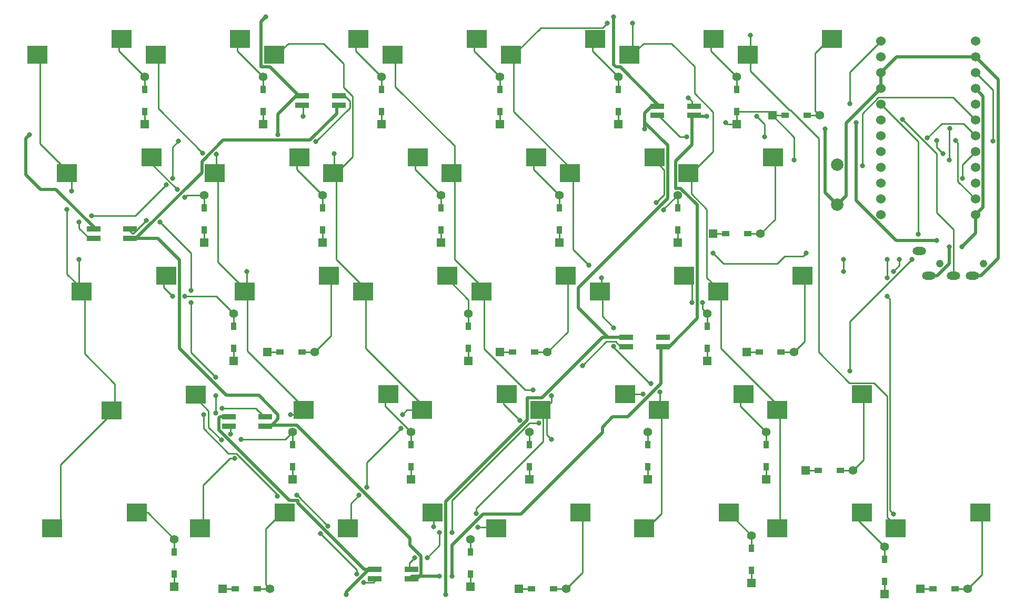
<source format=gbl>
G04 #@! TF.GenerationSoftware,KiCad,Pcbnew,7.0.7*
G04 #@! TF.CreationDate,2023-09-30T17:43:00+09:00*
G04 #@! TF.ProjectId,ind-assemble_L,696e642d-6173-4736-956d-626c655f4c2e,rev?*
G04 #@! TF.SameCoordinates,Original*
G04 #@! TF.FileFunction,Copper,L2,Bot*
G04 #@! TF.FilePolarity,Positive*
%FSLAX46Y46*%
G04 Gerber Fmt 4.6, Leading zero omitted, Abs format (unit mm)*
G04 Created by KiCad (PCBNEW 7.0.7) date 2023-09-30 17:43:00*
%MOMM*%
%LPD*%
G01*
G04 APERTURE LIST*
G04 #@! TA.AperFunction,SMDPad,CuDef*
%ADD10R,3.300000X3.000000*%
G04 #@! TD*
G04 #@! TA.AperFunction,SMDPad,CuDef*
%ADD11R,2.200000X0.820000*%
G04 #@! TD*
G04 #@! TA.AperFunction,ComponentPad*
%ADD12R,1.397000X1.397000*%
G04 #@! TD*
G04 #@! TA.AperFunction,SMDPad,CuDef*
%ADD13R,1.300000X0.950000*%
G04 #@! TD*
G04 #@! TA.AperFunction,ComponentPad*
%ADD14C,1.397000*%
G04 #@! TD*
G04 #@! TA.AperFunction,SMDPad,CuDef*
%ADD15R,0.950000X1.300000*%
G04 #@! TD*
G04 #@! TA.AperFunction,ComponentPad*
%ADD16C,2.000000*%
G04 #@! TD*
G04 #@! TA.AperFunction,ComponentPad*
%ADD17C,1.524000*%
G04 #@! TD*
G04 #@! TA.AperFunction,WasherPad*
%ADD18C,1.210000*%
G04 #@! TD*
G04 #@! TA.AperFunction,ComponentPad*
%ADD19O,2.200000X1.300000*%
G04 #@! TD*
G04 #@! TA.AperFunction,ViaPad*
%ADD20C,0.800000*%
G04 #@! TD*
G04 #@! TA.AperFunction,Conductor*
%ADD21C,0.250000*%
G04 #@! TD*
G04 #@! TA.AperFunction,Conductor*
%ADD22C,0.500000*%
G04 #@! TD*
G04 APERTURE END LIST*
D10*
X73512500Y-49807500D03*
X87112500Y-47267500D03*
D11*
X74387500Y-37350000D03*
X68487500Y-37350000D03*
X68487500Y-38850000D03*
X74387500Y-38850000D03*
D10*
X63987500Y-30757500D03*
X77587500Y-28217500D03*
X54462500Y-49807500D03*
X68062500Y-47267500D03*
D12*
X103346250Y-116681250D03*
D13*
X105381250Y-116681250D03*
X108931250Y-116681250D03*
D14*
X110966250Y-116681250D03*
D12*
X128905000Y-60960000D03*
D15*
X128905000Y-58925000D03*
X128905000Y-55375000D03*
D14*
X128905000Y-53340000D03*
D12*
X62865000Y-78581250D03*
D13*
X64900000Y-78581250D03*
X68450000Y-78581250D03*
D14*
X70485000Y-78581250D03*
D10*
X123518750Y-106957500D03*
X137118750Y-104417500D03*
X78275000Y-68857500D03*
X91875000Y-66317500D03*
X135425000Y-68857500D03*
X149025000Y-66317500D03*
D12*
X95567500Y-116335000D03*
D15*
X95567500Y-114300000D03*
X95567500Y-110750000D03*
D14*
X95567500Y-108715000D03*
D10*
X25887500Y-30757500D03*
X39487500Y-28217500D03*
X75893750Y-106957500D03*
X89493750Y-104417500D03*
X130662500Y-49807500D03*
X144262500Y-47267500D03*
D12*
X167957500Y-116681250D03*
D13*
X169992500Y-116681250D03*
X173542500Y-116681250D03*
D14*
X175577500Y-116681250D03*
D12*
X139988750Y-78581250D03*
D13*
X142023750Y-78581250D03*
X145573750Y-78581250D03*
D14*
X147608750Y-78581250D03*
D12*
X86042500Y-99060000D03*
D15*
X86042500Y-97025000D03*
X86042500Y-93475000D03*
D14*
X86042500Y-91440000D03*
D12*
X149542500Y-97631250D03*
D13*
X151577500Y-97631250D03*
X155127500Y-97631250D03*
D14*
X157162500Y-97631250D03*
D10*
X116375000Y-68857500D03*
X129975000Y-66317500D03*
X68750000Y-87907500D03*
X82350000Y-85367500D03*
X83037500Y-30757500D03*
X96637500Y-28217500D03*
D12*
X43180000Y-41910000D03*
D15*
X43180000Y-39875000D03*
X43180000Y-36325000D03*
D14*
X43180000Y-34290000D03*
D12*
X57467500Y-80010000D03*
D15*
X57467500Y-77975000D03*
X57467500Y-74425000D03*
D14*
X57467500Y-72390000D03*
D10*
X44937500Y-30757500D03*
X58537500Y-28217500D03*
X111612500Y-49807500D03*
X125212500Y-47267500D03*
D11*
X126556250Y-76200000D03*
X120656250Y-76200000D03*
X120656250Y-77700000D03*
X126556250Y-77700000D03*
D10*
X106850000Y-87907500D03*
X120450000Y-85367500D03*
D12*
X55721250Y-116681250D03*
D13*
X57756250Y-116681250D03*
X61306250Y-116681250D03*
D14*
X63341250Y-116681250D03*
D10*
X59225000Y-68857500D03*
X72825000Y-66317500D03*
X144950000Y-106957500D03*
X158550000Y-104417500D03*
D12*
X144145000Y-40481250D03*
D13*
X146180000Y-40481250D03*
X149730000Y-40481250D03*
D14*
X151765000Y-40481250D03*
D11*
X62580000Y-88987500D03*
X56680000Y-88987500D03*
X56680000Y-90487500D03*
X62580000Y-90487500D03*
D12*
X162242500Y-117503750D03*
D15*
X162242500Y-115468750D03*
X162242500Y-111918750D03*
D14*
X162242500Y-109883750D03*
D10*
X121137500Y-30757500D03*
X134737500Y-28217500D03*
D12*
X133667500Y-80010000D03*
D15*
X133667500Y-77975000D03*
X133667500Y-74425000D03*
D14*
X133667500Y-72390000D03*
D10*
X164000000Y-106957500D03*
X177600000Y-104417500D03*
X28268750Y-106957500D03*
X41868750Y-104417500D03*
D12*
X100330000Y-41910000D03*
D15*
X100330000Y-39875000D03*
X100330000Y-36325000D03*
D14*
X100330000Y-34290000D03*
D12*
X95250000Y-80010000D03*
D15*
X95250000Y-77975000D03*
X95250000Y-74425000D03*
D14*
X95250000Y-72390000D03*
D10*
X102087500Y-30757500D03*
X115687500Y-28217500D03*
X92562500Y-49807500D03*
X106162500Y-47267500D03*
D12*
X52705000Y-60960000D03*
D15*
X52705000Y-58925000D03*
X52705000Y-55375000D03*
D14*
X52705000Y-53340000D03*
D10*
X30650000Y-49807500D03*
X44250000Y-47267500D03*
D11*
X131537500Y-38981250D03*
X125637500Y-38981250D03*
X125637500Y-40481250D03*
X131537500Y-40481250D03*
D12*
X134620000Y-59531250D03*
D13*
X136655000Y-59531250D03*
X140205000Y-59531250D03*
D14*
X142240000Y-59531250D03*
D12*
X47942500Y-116335000D03*
D15*
X47942500Y-114300000D03*
X47942500Y-110750000D03*
D14*
X47942500Y-108715000D03*
D12*
X71755000Y-60960000D03*
D15*
X71755000Y-58925000D03*
X71755000Y-55375000D03*
D14*
X71755000Y-53340000D03*
D12*
X138430000Y-41910000D03*
D15*
X138430000Y-39875000D03*
X138430000Y-36325000D03*
D14*
X138430000Y-34290000D03*
D12*
X124142500Y-99060000D03*
D15*
X124142500Y-97025000D03*
X124142500Y-93475000D03*
D14*
X124142500Y-91440000D03*
D16*
X154625000Y-48375000D03*
X154625000Y-54875000D03*
D12*
X81280000Y-41910000D03*
D15*
X81280000Y-39875000D03*
X81280000Y-36325000D03*
D14*
X81280000Y-34290000D03*
D10*
X33031250Y-68857500D03*
X46631250Y-66317500D03*
D12*
X143192500Y-99060000D03*
D15*
X143192500Y-97025000D03*
X143192500Y-93475000D03*
D14*
X143192500Y-91440000D03*
D12*
X140811250Y-115728750D03*
D15*
X140811250Y-113693750D03*
X140811250Y-110143750D03*
D14*
X140811250Y-108108750D03*
D12*
X62230000Y-41910000D03*
D15*
X62230000Y-39875000D03*
X62230000Y-36325000D03*
D14*
X62230000Y-34290000D03*
D10*
X37843750Y-87947500D03*
X51343750Y-85407500D03*
D11*
X40831250Y-58781250D03*
X34931250Y-58781250D03*
X34931250Y-60281250D03*
X40831250Y-60281250D03*
D12*
X100358750Y-78581250D03*
D13*
X102393750Y-78581250D03*
X105943750Y-78581250D03*
D14*
X107978750Y-78581250D03*
D10*
X144950000Y-87907500D03*
X158550000Y-85367500D03*
X140187500Y-30757500D03*
X153787500Y-28217500D03*
D12*
X90805000Y-60960000D03*
D15*
X90805000Y-58925000D03*
X90805000Y-55375000D03*
D14*
X90805000Y-53340000D03*
D11*
X86075000Y-113550000D03*
X80175000Y-113550000D03*
X80175000Y-115050000D03*
X86075000Y-115050000D03*
D12*
X105092500Y-99060000D03*
D15*
X105092500Y-97025000D03*
X105092500Y-93475000D03*
D14*
X105092500Y-91440000D03*
D10*
X52081250Y-106957500D03*
X65681250Y-104417500D03*
X87800000Y-87907500D03*
X101400000Y-85367500D03*
X97325000Y-68857500D03*
X110925000Y-66317500D03*
D12*
X66992500Y-99060000D03*
D15*
X66992500Y-97025000D03*
X66992500Y-93475000D03*
D14*
X66992500Y-91440000D03*
D17*
X161625000Y-28545000D03*
X161625000Y-31085000D03*
X161625000Y-33625000D03*
X161625000Y-36165000D03*
X161625000Y-38705000D03*
X161625000Y-41245000D03*
X161625000Y-43785000D03*
X161625000Y-46325000D03*
X161625000Y-48865000D03*
X161625000Y-51405000D03*
X161625000Y-53945000D03*
X161625000Y-56485000D03*
X176865000Y-56485000D03*
X176865000Y-53945000D03*
X176865000Y-51405000D03*
X176865000Y-48865000D03*
X176865000Y-46325000D03*
X176865000Y-43785000D03*
X176865000Y-41245000D03*
X176865000Y-38705000D03*
X176865000Y-36165000D03*
X176865000Y-33625000D03*
X176865000Y-31085000D03*
X176865000Y-28545000D03*
D10*
X125900000Y-87907500D03*
X139500000Y-85367500D03*
X99706250Y-106957500D03*
X113306250Y-104417500D03*
D12*
X119380000Y-41910000D03*
D15*
X119380000Y-39875000D03*
X119380000Y-36325000D03*
D14*
X119380000Y-34290000D03*
D12*
X109855000Y-60960000D03*
D15*
X109855000Y-58925000D03*
X109855000Y-55375000D03*
D14*
X109855000Y-53340000D03*
D18*
X171125000Y-64293750D03*
X178125000Y-64293750D03*
D19*
X167825000Y-62293750D03*
X176325000Y-66293750D03*
X173325000Y-66293750D03*
X169325000Y-66293750D03*
D20*
X147637500Y-47625000D03*
X136625000Y-41625000D03*
X49625000Y-53625000D03*
X48410562Y-52410562D03*
X126691938Y-55691938D03*
X125490562Y-54490562D03*
X47625000Y-69625000D03*
X49625000Y-69625000D03*
X164625000Y-63625000D03*
X163612701Y-65612701D03*
X131225500Y-70625000D03*
X132924500Y-70625000D03*
X58625000Y-92625000D03*
X55524312Y-92725688D03*
X155625000Y-63625000D03*
X155625000Y-65625000D03*
X103524312Y-89524312D03*
X123333062Y-85333062D03*
X163625000Y-104625000D03*
X162612701Y-66612701D03*
X162625000Y-63625000D03*
X162625000Y-69625000D03*
X89625000Y-106625000D03*
X133625000Y-40625000D03*
X170625000Y-60625000D03*
X172600500Y-61625000D03*
X92625000Y-114625000D03*
X174625000Y-61625000D03*
X157625000Y-41625000D03*
X90625000Y-114625000D03*
X167625000Y-59625000D03*
X91625000Y-117625000D03*
X62625000Y-24625000D03*
X24625000Y-43625000D03*
X118625000Y-24625000D03*
X123625000Y-42625000D03*
X152625000Y-42625000D03*
X75625000Y-117625000D03*
X64625000Y-43625000D03*
X165097299Y-41152701D03*
X130625000Y-37625000D03*
X68625000Y-40625000D03*
X156625000Y-38625000D03*
X142875000Y-43908000D03*
X130338000Y-43908000D03*
X141625000Y-40625000D03*
X46612701Y-51637299D03*
X47637299Y-50612701D03*
X34625000Y-56625000D03*
X70725688Y-44725688D03*
X48625000Y-44625000D03*
X32625000Y-57625000D03*
X50625000Y-68625000D03*
X45625000Y-57625000D03*
X54625000Y-88349500D03*
X50625000Y-70625000D03*
X43410562Y-57410562D03*
X54625000Y-85625000D03*
X57000688Y-91799312D03*
X54625000Y-82625000D03*
X77306812Y-114306812D03*
X52625000Y-88625000D03*
X55625000Y-87625000D03*
X72668813Y-106581187D03*
X71467437Y-107782563D03*
X78405487Y-115610888D03*
X64524312Y-101725688D03*
X67625000Y-101618000D03*
X113625000Y-80734500D03*
X90625000Y-107625000D03*
X86625000Y-111625000D03*
X92625000Y-107625000D03*
X88625000Y-111625000D03*
X106575500Y-90007002D03*
X30625000Y-55625000D03*
X31393897Y-52664345D03*
X32625000Y-63625000D03*
X134625000Y-62625000D03*
X158625000Y-48625000D03*
X149625000Y-62625000D03*
X52524312Y-46524312D03*
X59625000Y-65625000D03*
X57625000Y-95625000D03*
X66625000Y-88625000D03*
X54725688Y-46725688D03*
X169109598Y-44140402D03*
X78896580Y-100353420D03*
X84413951Y-90836049D03*
X84625000Y-88625000D03*
X77625000Y-101625000D03*
X73625000Y-46625000D03*
X156625000Y-81625000D03*
X96725688Y-106725688D03*
X166625000Y-63625000D03*
X108625000Y-92625000D03*
X174748812Y-50625000D03*
X108625000Y-85625000D03*
X96524312Y-104524312D03*
X105625000Y-84625000D03*
X171625000Y-46625000D03*
X116625000Y-66625000D03*
X117625000Y-25625000D03*
X118625000Y-77625000D03*
X118625000Y-74625000D03*
X124625000Y-83625000D03*
X114625000Y-64625000D03*
X126034438Y-85034438D03*
X170625000Y-44513500D03*
X172693049Y-42556951D03*
X172625000Y-47625000D03*
X121625000Y-25625000D03*
X173625000Y-44513500D03*
X140625000Y-27625000D03*
X179625000Y-44625000D03*
D21*
X43180000Y-34290000D02*
X39037500Y-30147500D01*
X43180000Y-36325000D02*
X43180000Y-34290000D01*
X39037500Y-30147500D02*
X39037500Y-28217500D01*
X100330000Y-41910000D02*
X100330000Y-39875000D01*
X144145000Y-40481250D02*
X146180000Y-40481250D01*
X138430000Y-41910000D02*
X138430000Y-39875000D01*
X119380000Y-41910000D02*
X119380000Y-39875000D01*
X138430000Y-39875000D02*
X143538750Y-39875000D01*
X62230000Y-41910000D02*
X62230000Y-39875000D01*
X136910000Y-41910000D02*
X136625000Y-41625000D01*
X147637500Y-43973750D02*
X144145000Y-40481250D01*
X138430000Y-41910000D02*
X136910000Y-41910000D01*
X143538750Y-39875000D02*
X144145000Y-40481250D01*
X147637500Y-47625000D02*
X147637500Y-43973750D01*
X81280000Y-41910000D02*
X81280000Y-39875000D01*
X43180000Y-41910000D02*
X43180000Y-39875000D01*
X62230000Y-36325000D02*
X62230000Y-34290000D01*
X58087500Y-30147500D02*
X58087500Y-28217500D01*
X62230000Y-34290000D02*
X58087500Y-30147500D01*
X81280000Y-34290000D02*
X77137500Y-30147500D01*
X77137500Y-30147500D02*
X77137500Y-28217500D01*
X81280000Y-34290000D02*
X81280000Y-36325000D01*
X100330000Y-36325000D02*
X100330000Y-34290000D01*
X96187500Y-30147500D02*
X96187500Y-28217500D01*
X100330000Y-34290000D02*
X96187500Y-30147500D01*
X119380000Y-34290000D02*
X119380000Y-36325000D01*
X119380000Y-34290000D02*
X115237500Y-30147500D01*
X115237500Y-30147500D02*
X115237500Y-28217500D01*
X138430000Y-34290000D02*
X138430000Y-36325000D01*
X134287500Y-30147500D02*
X134287500Y-28217500D01*
X138430000Y-34290000D02*
X134287500Y-30147500D01*
X151066500Y-39782750D02*
X151066500Y-30488500D01*
X151066500Y-30488500D02*
X153337500Y-28217500D01*
X151765000Y-40481250D02*
X149730000Y-40481250D01*
X151765000Y-40481250D02*
X151066500Y-39782750D01*
X49625000Y-53625000D02*
X49910000Y-53340000D01*
X43800000Y-47800000D02*
X48410562Y-52410562D01*
X49910000Y-53340000D02*
X52705000Y-53340000D01*
X43800000Y-47267500D02*
X43800000Y-47800000D01*
X52705000Y-53340000D02*
X52705000Y-55375000D01*
X128905000Y-60960000D02*
X128905000Y-58925000D01*
X109855000Y-60960000D02*
X109855000Y-58925000D01*
X134620000Y-59531250D02*
X136655000Y-59531250D01*
X52705000Y-60960000D02*
X52705000Y-58925000D01*
X71755000Y-60960000D02*
X71755000Y-58925000D01*
X90805000Y-60960000D02*
X90805000Y-58925000D01*
X67612500Y-49197500D02*
X71755000Y-53340000D01*
X71755000Y-53340000D02*
X71755000Y-55375000D01*
X67612500Y-47267500D02*
X67612500Y-49197500D01*
X90805000Y-53340000D02*
X90805000Y-55375000D01*
X90805000Y-53340000D02*
X86662500Y-49197500D01*
X86662500Y-49197500D02*
X86662500Y-47267500D01*
X105712500Y-49197500D02*
X105712500Y-47267500D01*
X109855000Y-53340000D02*
X105712500Y-49197500D01*
X109855000Y-53340000D02*
X109855000Y-55375000D01*
X126737500Y-53243624D02*
X125490562Y-54490562D01*
X126691938Y-55553062D02*
X128905000Y-53340000D01*
X124762500Y-47267500D02*
X126737500Y-49242500D01*
X126691938Y-55691938D02*
X126691938Y-55553062D01*
X126737500Y-49242500D02*
X126737500Y-53243624D01*
X128905000Y-53340000D02*
X128905000Y-55375000D01*
X144567500Y-57203750D02*
X142240000Y-59531250D01*
X143812500Y-47267500D02*
X144567500Y-48022500D01*
X140205000Y-59531250D02*
X142240000Y-59531250D01*
X144567500Y-48022500D02*
X144567500Y-57203750D01*
X46181250Y-68181250D02*
X47625000Y-69625000D01*
X54702500Y-69625000D02*
X57467500Y-72390000D01*
X46181250Y-66317500D02*
X46181250Y-68181250D01*
X57467500Y-72390000D02*
X57467500Y-74425000D01*
X49625000Y-69625000D02*
X54702500Y-69625000D01*
X142023750Y-78581250D02*
X139988750Y-78581250D01*
X57467500Y-77975000D02*
X57467500Y-80010000D01*
X102393750Y-78581250D02*
X100358750Y-78581250D01*
X95250000Y-77975000D02*
X95250000Y-80010000D01*
X64900000Y-78581250D02*
X62865000Y-78581250D01*
X164625000Y-63625000D02*
X164625000Y-64600402D01*
X164625000Y-64600402D02*
X163612701Y-65612701D01*
X133667500Y-77975000D02*
X133667500Y-80010000D01*
X73130000Y-75936250D02*
X70485000Y-78581250D01*
X73130000Y-67072500D02*
X73130000Y-75936250D01*
X72375000Y-66317500D02*
X73130000Y-67072500D01*
X70485000Y-78581250D02*
X68450000Y-78581250D01*
X91425000Y-66317500D02*
X95250000Y-70142500D01*
X95250000Y-72390000D02*
X95250000Y-74425000D01*
X95250000Y-70142500D02*
X95250000Y-72390000D01*
X111230000Y-75330000D02*
X107978750Y-78581250D01*
X107978750Y-78581250D02*
X105943750Y-78581250D01*
X110475000Y-66317500D02*
X111230000Y-67072500D01*
X111230000Y-67072500D02*
X111230000Y-75330000D01*
X131225500Y-67225500D02*
X131225500Y-70625000D01*
X129525000Y-66317500D02*
X130317500Y-66317500D01*
X132924500Y-71647000D02*
X133667500Y-72390000D01*
X130317500Y-66317500D02*
X131225500Y-67225500D01*
X133667500Y-72390000D02*
X133667500Y-74425000D01*
X132924500Y-70625000D02*
X132924500Y-71647000D01*
X149330000Y-76860000D02*
X147608750Y-78581250D01*
X147608750Y-78581250D02*
X145573750Y-78581250D01*
X148575000Y-66317500D02*
X149330000Y-67072500D01*
X149330000Y-67072500D02*
X149330000Y-76860000D01*
X53448750Y-88012500D02*
X53448750Y-90650126D01*
X66992500Y-91440000D02*
X66992500Y-93475000D01*
X53448750Y-90650126D02*
X55524312Y-92725688D01*
X50843750Y-85407500D02*
X53448750Y-88012500D01*
X65807500Y-92625000D02*
X66992500Y-91440000D01*
X58625000Y-92625000D02*
X65807500Y-92625000D01*
X151577500Y-97631250D02*
X149542500Y-97631250D01*
X105092500Y-97025000D02*
X105092500Y-99060000D01*
X86042500Y-97025000D02*
X86042500Y-99060000D01*
X124142500Y-97025000D02*
X124142500Y-99060000D01*
X155625000Y-63625000D02*
X155625000Y-65625000D01*
X66992500Y-97025000D02*
X66992500Y-99060000D01*
X143192500Y-97025000D02*
X143192500Y-99060000D01*
X81900000Y-85367500D02*
X81900000Y-87297500D01*
X86042500Y-91440000D02*
X86042500Y-93475000D01*
X81900000Y-87297500D02*
X86042500Y-91440000D01*
X105092500Y-91440000D02*
X105092500Y-93475000D01*
X100950000Y-85367500D02*
X100950000Y-86950000D01*
X100950000Y-86950000D02*
X103524312Y-89524312D01*
X124142500Y-91440000D02*
X124142500Y-93475000D01*
X120000000Y-85367500D02*
X120034438Y-85333062D01*
X120034438Y-85333062D02*
X123333062Y-85333062D01*
X139050000Y-87297500D02*
X143192500Y-91440000D01*
X143192500Y-91440000D02*
X143192500Y-93475000D01*
X139050000Y-85367500D02*
X139050000Y-87297500D01*
X158855000Y-95938750D02*
X157162500Y-97631250D01*
X158100000Y-85367500D02*
X158855000Y-86122500D01*
X158855000Y-86122500D02*
X158855000Y-95938750D01*
X157162500Y-97631250D02*
X155127500Y-97631250D01*
X47942500Y-108715000D02*
X47942500Y-110750000D01*
X47942500Y-108715000D02*
X43645000Y-104417500D01*
X43645000Y-104417500D02*
X41418750Y-104417500D01*
X162625000Y-69625000D02*
X163075000Y-70075000D01*
X169992500Y-116681250D02*
X167957500Y-116681250D01*
X163075000Y-70075000D02*
X163075000Y-104075000D01*
X105381250Y-116681250D02*
X103346250Y-116681250D01*
X57756250Y-116681250D02*
X55721250Y-116681250D01*
X95567500Y-114300000D02*
X95567500Y-116335000D01*
X162625000Y-66600402D02*
X162612701Y-66612701D01*
X47942500Y-114300000D02*
X47942500Y-116335000D01*
X162242500Y-117503750D02*
X162242500Y-115468750D01*
X162625000Y-63625000D02*
X162625000Y-66600402D01*
X163075000Y-104075000D02*
X163625000Y-104625000D01*
X140811250Y-115728750D02*
X140811250Y-113693750D01*
X62642750Y-115982750D02*
X62642750Y-107006000D01*
X63341250Y-116681250D02*
X62642750Y-115982750D01*
X62642750Y-107006000D02*
X65231250Y-104417500D01*
X63341250Y-116681250D02*
X61306250Y-116681250D01*
X89625000Y-104998750D02*
X89043750Y-104417500D01*
X95567500Y-108715000D02*
X95567500Y-110750000D01*
X89625000Y-106625000D02*
X89625000Y-104998750D01*
X113611250Y-114036250D02*
X110966250Y-116681250D01*
X110966250Y-116681250D02*
X108931250Y-116681250D01*
X112856250Y-104417500D02*
X113611250Y-105172500D01*
X113611250Y-105172500D02*
X113611250Y-114036250D01*
X140811250Y-108108750D02*
X140811250Y-110143750D01*
X137120000Y-104417500D02*
X140811250Y-108108750D01*
X136668750Y-104417500D02*
X137120000Y-104417500D01*
X158100000Y-105741250D02*
X162242500Y-109883750D01*
X158100000Y-104417500D02*
X158100000Y-105741250D01*
X162242500Y-109883750D02*
X162242500Y-111918750D01*
X177905000Y-105172500D02*
X177905000Y-114353750D01*
X177150000Y-104417500D02*
X177905000Y-105172500D01*
X175577500Y-116681250D02*
X173542500Y-116681250D01*
X177905000Y-114353750D02*
X175577500Y-116681250D01*
D22*
X126206250Y-77700000D02*
X126206250Y-83661250D01*
X41741250Y-60281250D02*
X52362500Y-49660000D01*
X52362500Y-47887500D02*
X55775000Y-44475000D01*
X132075000Y-54885775D02*
X132075000Y-73175000D01*
X85725000Y-115050000D02*
X86985000Y-115050000D01*
X86985000Y-115050000D02*
X87625000Y-114410000D01*
X127550000Y-77700000D02*
X126206250Y-77700000D01*
X176865000Y-59385000D02*
X174625000Y-61625000D01*
X55775000Y-44475000D02*
X69775000Y-44475000D01*
X67633284Y-90291500D02*
X62426000Y-90291500D01*
X133625000Y-40625000D02*
X131331250Y-40625000D01*
X157625000Y-54199027D02*
X157625000Y-41625000D01*
X170680635Y-66293750D02*
X169325000Y-66293750D01*
X61515000Y-85512500D02*
X56304968Y-85512500D01*
X176865000Y-36165000D02*
X178077000Y-37377000D01*
X74037500Y-40212500D02*
X74037500Y-38850000D01*
X56304968Y-85512500D02*
X48731250Y-77938782D01*
X64625000Y-89352500D02*
X64625000Y-88622500D01*
X48731250Y-63731250D02*
X45281250Y-60281250D01*
X92625000Y-109625000D02*
X92625000Y-114625000D01*
X131187500Y-45232500D02*
X128562500Y-47857500D01*
X69775000Y-44475000D02*
X74037500Y-40212500D01*
X178077000Y-55273000D02*
X176865000Y-56485000D01*
X62426000Y-90291500D02*
X62230000Y-90487500D01*
X131187500Y-40481250D02*
X131187500Y-45232500D01*
X62230000Y-90487500D02*
X63490000Y-90487500D01*
X87625000Y-114410000D02*
X87625000Y-111406250D01*
X97625000Y-104625000D02*
X92625000Y-109625000D01*
X120880000Y-88987500D02*
X118437500Y-88987500D01*
X128562500Y-52191500D02*
X129380725Y-52191500D01*
X52362500Y-49660000D02*
X52362500Y-47887500D01*
X116800000Y-91523034D02*
X103698034Y-104625000D01*
X103698034Y-104625000D02*
X97625000Y-104625000D01*
X64625000Y-88622500D02*
X61515000Y-85512500D01*
X129380725Y-52191500D02*
X132075000Y-54885775D01*
X45281250Y-60281250D02*
X40481250Y-60281250D01*
X116800000Y-90625000D02*
X116800000Y-91523034D01*
X126206250Y-83661250D02*
X120880000Y-88987500D01*
X40481250Y-60281250D02*
X41741250Y-60281250D01*
X118437500Y-88987500D02*
X116800000Y-90625000D01*
X164050973Y-60625000D02*
X170625000Y-60625000D01*
X63490000Y-90487500D02*
X64625000Y-89352500D01*
X87625000Y-111406250D02*
X85843750Y-109625000D01*
X85843750Y-109625000D02*
X85843750Y-108501966D01*
X164050973Y-60625000D02*
X157625000Y-54199027D01*
X86150000Y-114625000D02*
X85725000Y-115050000D01*
X172600500Y-64373885D02*
X170680635Y-66293750D01*
X132075000Y-73175000D02*
X127550000Y-77700000D01*
X85843750Y-108501966D02*
X67633284Y-90291500D01*
X176865000Y-56485000D02*
X176865000Y-59385000D01*
X90625000Y-114625000D02*
X86150000Y-114625000D01*
X48731250Y-77938782D02*
X48731250Y-63731250D01*
X172600500Y-61625000D02*
X172600500Y-64373885D01*
X131331250Y-40625000D02*
X131187500Y-40481250D01*
X178077000Y-37377000D02*
X178077000Y-55273000D01*
X128562500Y-47857500D02*
X128562500Y-52191500D01*
D21*
X167625000Y-44705000D02*
X161625000Y-38705000D01*
X167625000Y-59625000D02*
X167625000Y-44705000D01*
D22*
X68837500Y-37350000D02*
X67577500Y-37350000D01*
X104750000Y-89500000D02*
X91625000Y-102625000D01*
X164165000Y-31085000D02*
X161625000Y-33625000D01*
X63342500Y-32707500D02*
X67985000Y-37350000D01*
X104750000Y-85957500D02*
X104750000Y-89500000D01*
X107090418Y-85957500D02*
X104750000Y-85957500D01*
X125987500Y-38981250D02*
X124727500Y-38981250D01*
X67985000Y-37350000D02*
X68837500Y-37350000D01*
X67577500Y-37350000D02*
X64625000Y-40302500D01*
X64625000Y-40302500D02*
X64625000Y-43625000D01*
X180475000Y-34695000D02*
X176865000Y-31085000D01*
X61887500Y-32707500D02*
X63342500Y-32707500D01*
X118625000Y-32295000D02*
X118625000Y-24625000D01*
X28887500Y-52387500D02*
X35281250Y-58781250D01*
X55262500Y-88987500D02*
X57030000Y-88987500D01*
X161625000Y-33625000D02*
X161625000Y-36165000D01*
X121006250Y-76200000D02*
X116847918Y-76200000D01*
X55130000Y-91130000D02*
X55130000Y-89120000D01*
X78436250Y-113550000D02*
X67781250Y-102895000D01*
X119713750Y-32707500D02*
X119037500Y-32707500D01*
X176865000Y-31085000D02*
X164165000Y-31085000D01*
X123625000Y-40083750D02*
X123625000Y-41630000D01*
X156075000Y-41715000D02*
X156075000Y-53425000D01*
X161625000Y-36165000D02*
X156075000Y-41715000D01*
X156075000Y-53425000D02*
X154625000Y-54875000D01*
X62625000Y-24625000D02*
X61887500Y-25362500D01*
X24062500Y-50006250D02*
X26443750Y-52387500D01*
X176325000Y-66293750D02*
X177680635Y-66293750D01*
X152625000Y-52875000D02*
X152625000Y-42625000D01*
X177680635Y-66293750D02*
X180475000Y-63499385D01*
X79265000Y-113550000D02*
X80525000Y-113550000D01*
X80525000Y-113550000D02*
X78436250Y-113550000D01*
X127312500Y-53870000D02*
X112941338Y-68241162D01*
X112941338Y-68241162D02*
X112941338Y-71460088D01*
X125987500Y-38981250D02*
X119713750Y-32707500D01*
X154625000Y-54875000D02*
X152625000Y-52875000D01*
X75625000Y-117625000D02*
X75625000Y-117190000D01*
X112941338Y-71460088D02*
X117681250Y-76200000D01*
X117681250Y-76200000D02*
X121006250Y-76200000D01*
X26443750Y-52387500D02*
X28887500Y-52387500D01*
X180475000Y-63499385D02*
X180475000Y-34695000D01*
X123625000Y-42625000D02*
X123625000Y-40083750D01*
X123625000Y-41630000D02*
X127312500Y-45317500D01*
X55130000Y-89120000D02*
X55262500Y-88987500D01*
X61887500Y-25362500D02*
X61887500Y-32707500D01*
X75625000Y-117190000D02*
X79265000Y-113550000D01*
X119037500Y-32707500D02*
X118625000Y-32295000D01*
X91625000Y-102625000D02*
X91625000Y-117625000D01*
X124727500Y-38981250D02*
X123625000Y-40083750D01*
X127312500Y-45317500D02*
X127312500Y-53870000D01*
X24062500Y-44187500D02*
X24062500Y-50006250D01*
X67781250Y-102467500D02*
X66467500Y-102467500D01*
X116847918Y-76200000D02*
X107090418Y-85957500D01*
X24625000Y-43625000D02*
X24062500Y-44187500D01*
X67781250Y-102895000D02*
X67781250Y-102467500D01*
X66467500Y-102467500D02*
X55130000Y-91130000D01*
D21*
X170625000Y-56123624D02*
X170625000Y-46680402D01*
X173325000Y-58823624D02*
X170625000Y-56123624D01*
X170625000Y-46680402D02*
X165097299Y-41152701D01*
X173325000Y-66293750D02*
X173325000Y-58823624D01*
X131187500Y-38981250D02*
X131187500Y-38187500D01*
X68625000Y-40625000D02*
X68625000Y-39062500D01*
X68625000Y-39062500D02*
X68837500Y-38850000D01*
X131187500Y-38187500D02*
X130625000Y-37625000D01*
X142875000Y-43908000D02*
X142875000Y-41875000D01*
X125987500Y-40658027D02*
X129237473Y-43908000D01*
X142875000Y-41875000D02*
X141625000Y-40625000D01*
X125987500Y-40481250D02*
X125987500Y-40658027D01*
X129237473Y-43908000D02*
X130338000Y-43908000D01*
X156625000Y-33545000D02*
X161625000Y-28545000D01*
X156625000Y-38625000D02*
X156625000Y-33545000D01*
X47637299Y-45612701D02*
X47637299Y-50612701D01*
X76175000Y-39276376D02*
X70725688Y-44725688D01*
X48625000Y-44625000D02*
X47637299Y-45612701D01*
X46612701Y-51637299D02*
X41625000Y-56625000D01*
X32625000Y-57625000D02*
X32625000Y-58635000D01*
X75350000Y-37350000D02*
X76175000Y-38175000D01*
X34271250Y-60281250D02*
X35281250Y-60281250D01*
X74037500Y-37350000D02*
X75350000Y-37350000D01*
X41625000Y-56625000D02*
X34625000Y-56625000D01*
X76175000Y-38175000D02*
X76175000Y-39276376D01*
X32625000Y-58635000D02*
X34271250Y-60281250D01*
X50625000Y-62625000D02*
X50625000Y-68625000D01*
X41274874Y-59546250D02*
X43410562Y-57410562D01*
X57000688Y-91799312D02*
X57000688Y-90516812D01*
X40481250Y-58781250D02*
X41246250Y-59546250D01*
X54625000Y-88349500D02*
X54625000Y-85625000D01*
X57000688Y-90516812D02*
X57030000Y-90487500D01*
X50625000Y-70625000D02*
X50625000Y-78625000D01*
X41246250Y-59546250D02*
X41274874Y-59546250D01*
X50625000Y-78625000D02*
X54625000Y-82625000D01*
X45625000Y-57625000D02*
X50625000Y-62625000D01*
X57932500Y-94900000D02*
X64524312Y-101491812D01*
X61044277Y-87625000D02*
X55625000Y-87625000D01*
X62230000Y-88810723D02*
X61044277Y-87625000D01*
X52625000Y-90851681D02*
X56673319Y-94900000D01*
X72668813Y-106541890D02*
X72668813Y-106581187D01*
X62230000Y-88987500D02*
X62230000Y-88810723D01*
X79964112Y-115610888D02*
X80525000Y-115050000D01*
X78405487Y-115610888D02*
X79964112Y-115610888D01*
X71467437Y-107782563D02*
X77306812Y-113621938D01*
X67744923Y-101618000D02*
X72668813Y-106541890D01*
X67625000Y-101618000D02*
X67744923Y-101618000D01*
X77306812Y-113621938D02*
X77306812Y-114306812D01*
X56673319Y-94900000D02*
X57932500Y-94900000D01*
X52625000Y-88625000D02*
X52625000Y-90851681D01*
X64524312Y-101491812D02*
X64524312Y-101725688D01*
X119725305Y-77700000D02*
X121006250Y-77700000D01*
X117459500Y-76900000D02*
X118925305Y-76900000D01*
X85725000Y-112525000D02*
X86625000Y-111625000D01*
X105056170Y-90007002D02*
X106575500Y-90007002D01*
X85725000Y-113550000D02*
X85725000Y-112525000D01*
X92625000Y-107625000D02*
X92625000Y-102438172D01*
X88625000Y-111625000D02*
X90625000Y-109625000D01*
X92625000Y-102438172D02*
X105056170Y-90007002D01*
X118925305Y-76900000D02*
X119725305Y-77700000D01*
X113625000Y-80734500D02*
X117459500Y-76900000D01*
X90625000Y-109625000D02*
X90625000Y-107625000D01*
X32625000Y-63625000D02*
X32625000Y-68001250D01*
X29625000Y-96666250D02*
X29625000Y-106051250D01*
X31100000Y-49807500D02*
X31393897Y-50101397D01*
X33481250Y-68857500D02*
X33481250Y-78835450D01*
X30625000Y-66001250D02*
X33481250Y-68857500D01*
X29625000Y-106051250D02*
X28718750Y-106957500D01*
X38343750Y-83697950D02*
X38343750Y-87947500D01*
X30625000Y-55625000D02*
X30625000Y-66001250D01*
X26337500Y-30757500D02*
X26337500Y-45045000D01*
X32625000Y-68001250D02*
X33481250Y-68857500D01*
X31393897Y-50101397D02*
X31393897Y-52664345D01*
X38343750Y-87947500D02*
X29625000Y-96666250D01*
X33481250Y-78835450D02*
X38343750Y-83697950D01*
X26337500Y-45045000D02*
X31100000Y-49807500D01*
X149105803Y-63144197D02*
X146110518Y-63144197D01*
X176865000Y-41245000D02*
X173238000Y-37618000D01*
X54725688Y-49620688D02*
X54912500Y-49807500D01*
X56887493Y-95625000D02*
X52531250Y-99981243D01*
X59675000Y-68857500D02*
X59675000Y-78382500D01*
X57625000Y-95625000D02*
X56887493Y-95625000D01*
X146110518Y-63144197D02*
X144960965Y-64293750D01*
X69200000Y-87907500D02*
X69200000Y-88387957D01*
X69200000Y-88387957D02*
X68962957Y-88625000D01*
X149625000Y-62625000D02*
X149105803Y-63144197D01*
X173238000Y-37618000D02*
X161174749Y-37618000D01*
X52531250Y-99981243D02*
X52531250Y-106957500D01*
X54912500Y-64095000D02*
X59675000Y-68857500D01*
X54912500Y-49807500D02*
X54912500Y-64095000D01*
X45387500Y-39387500D02*
X52524312Y-46524312D01*
X161174749Y-37618000D02*
X158625000Y-40167749D01*
X59675000Y-78382500D02*
X69200000Y-87907500D01*
X59625000Y-65625000D02*
X59625000Y-68807500D01*
X45387500Y-30757500D02*
X45387500Y-39387500D01*
X54725688Y-46725688D02*
X54725688Y-49620688D01*
X68962957Y-88625000D02*
X66625000Y-88625000D01*
X59625000Y-68807500D02*
X59675000Y-68857500D01*
X144960965Y-64293750D02*
X136293750Y-64293750D01*
X158625000Y-40167749D02*
X158625000Y-48625000D01*
X136293750Y-64293750D02*
X134625000Y-62625000D01*
X88250000Y-87467500D02*
X88250000Y-87907500D01*
X64437500Y-30757500D02*
X66272500Y-28922500D01*
X78725000Y-68857500D02*
X78725000Y-77942500D01*
X176865000Y-43785000D02*
X174911951Y-41831951D01*
X84413951Y-90836049D02*
X78896580Y-96353420D01*
X73625000Y-49470000D02*
X73962500Y-49807500D01*
X85342500Y-87907500D02*
X84625000Y-88625000D01*
X174911951Y-41831951D02*
X171418049Y-41831951D01*
X76343750Y-102906250D02*
X76343750Y-106957500D01*
X76625000Y-37427500D02*
X76625000Y-47145000D01*
X77625000Y-101625000D02*
X76343750Y-102906250D01*
X66272500Y-28922500D02*
X71922500Y-28922500D01*
X73625000Y-46625000D02*
X73625000Y-49470000D01*
X75142500Y-32142500D02*
X75142500Y-35945000D01*
X73962500Y-63655000D02*
X78725000Y-68417500D01*
X78725000Y-77942500D02*
X88250000Y-87467500D01*
X73962500Y-49807500D02*
X73962500Y-63655000D01*
X76625000Y-47145000D02*
X73962500Y-49807500D01*
X88250000Y-87907500D02*
X85342500Y-87907500D01*
X75142500Y-35945000D02*
X76625000Y-37427500D01*
X171418049Y-41831951D02*
X169109598Y-44140402D01*
X71922500Y-28922500D02*
X75142500Y-32142500D01*
X78896580Y-96353420D02*
X78896580Y-100353420D01*
X78725000Y-68417500D02*
X78725000Y-68857500D01*
X97775000Y-78044500D02*
X104355500Y-84625000D01*
X104355500Y-84625000D02*
X105625000Y-84625000D01*
X176865000Y-46325000D02*
X174748812Y-48441188D01*
X108625000Y-86582500D02*
X107300000Y-87907500D01*
X83487500Y-30757500D02*
X83487500Y-35862500D01*
X96524312Y-103725688D02*
X96524312Y-104524312D01*
X156625000Y-73625000D02*
X156625000Y-81625000D01*
X107845000Y-91845000D02*
X107845000Y-88452500D01*
X97775000Y-68417500D02*
X97775000Y-68857500D01*
X108625000Y-85625000D02*
X108625000Y-86582500D01*
X107845000Y-88452500D02*
X107300000Y-87907500D01*
X108625000Y-92625000D02*
X107845000Y-91845000D01*
X93012500Y-49807500D02*
X93012500Y-63655000D01*
X99924438Y-106725688D02*
X100156250Y-106957500D01*
X93012500Y-63655000D02*
X97775000Y-68417500D01*
X97775000Y-68857500D02*
X97775000Y-78044500D01*
X107300000Y-87907500D02*
X107300000Y-92950000D01*
X107300000Y-92950000D02*
X96524312Y-103725688D01*
X166625000Y-63625000D02*
X156625000Y-73625000D01*
X174748812Y-48441188D02*
X174748812Y-50625000D01*
X96725688Y-106725688D02*
X99924438Y-106725688D01*
X93012500Y-45387500D02*
X93012500Y-49807500D01*
X83487500Y-35862500D02*
X93012500Y-45387500D01*
X116867500Y-26382500D02*
X117625000Y-25625000D01*
X118625000Y-77828750D02*
X124421250Y-83625000D01*
X102537500Y-30757500D02*
X102537500Y-39842500D01*
X102537500Y-39842500D02*
X112062500Y-49367500D01*
X116825000Y-72825000D02*
X118625000Y-74625000D01*
X116625000Y-66625000D02*
X116625000Y-68657500D01*
X126034438Y-87591938D02*
X126350000Y-87907500D01*
X106912500Y-26382500D02*
X116867500Y-26382500D01*
X112062500Y-62062500D02*
X114625000Y-64625000D01*
X126350000Y-87907500D02*
X126350000Y-104576250D01*
X116625000Y-68657500D02*
X116825000Y-68857500D01*
X124421250Y-83625000D02*
X124625000Y-83625000D01*
X102537500Y-30757500D02*
X106912500Y-26382500D01*
X126350000Y-104576250D02*
X123968750Y-106957500D01*
X126034438Y-85034438D02*
X126034438Y-87591938D01*
X116825000Y-68857500D02*
X116825000Y-72825000D01*
X170625000Y-45625000D02*
X171625000Y-46625000D01*
X170625000Y-44513500D02*
X170625000Y-45625000D01*
X112062500Y-49807500D02*
X112062500Y-62062500D01*
X112062500Y-49367500D02*
X112062500Y-49807500D01*
X118625000Y-77625000D02*
X118625000Y-77828750D01*
X134625000Y-46295000D02*
X131112500Y-49807500D01*
X127922500Y-28922500D02*
X131625000Y-32625000D01*
X131112500Y-49807500D02*
X131112500Y-53110103D01*
X134625000Y-39908750D02*
X134625000Y-46295000D01*
X145400000Y-87907500D02*
X145400000Y-106957500D01*
X135875000Y-68857500D02*
X135875000Y-77942500D01*
X131625000Y-32625000D02*
X131625000Y-36908750D01*
X145400000Y-87467500D02*
X145400000Y-87907500D01*
X133596500Y-66579000D02*
X135875000Y-68857500D01*
X131625000Y-36908750D02*
X134625000Y-39908750D01*
X121625000Y-30720000D02*
X121625000Y-25625000D01*
X172693049Y-42556951D02*
X172625000Y-42625000D01*
X131112500Y-53110103D02*
X133596500Y-55594103D01*
X123422500Y-28922500D02*
X127922500Y-28922500D01*
X172625000Y-42625000D02*
X172625000Y-47625000D01*
X121587500Y-30757500D02*
X123422500Y-28922500D01*
X135875000Y-77942500D02*
X145400000Y-87467500D01*
X121587500Y-30757500D02*
X121625000Y-30720000D01*
X133596500Y-55594103D02*
X133596500Y-66579000D01*
X174024312Y-44912812D02*
X174024312Y-51104312D01*
X174024312Y-51104312D02*
X176865000Y-53945000D01*
X162625000Y-105132500D02*
X164450000Y-106957500D01*
X140625000Y-30745000D02*
X140625000Y-27625000D01*
X151625000Y-78592500D02*
X156575000Y-83542500D01*
X173625000Y-44513500D02*
X174024312Y-44912812D01*
X156575000Y-83542500D02*
X160525000Y-83542500D01*
X140637500Y-33362044D02*
X146900456Y-39625000D01*
X140637500Y-30757500D02*
X140637500Y-33362044D01*
X160525000Y-83542500D02*
X162625000Y-85642500D01*
X162625000Y-85642500D02*
X162625000Y-105132500D01*
X140637500Y-30757500D02*
X140625000Y-30745000D01*
X147098750Y-39625000D02*
X151625000Y-44151250D01*
X146900456Y-39625000D02*
X147098750Y-39625000D01*
X151625000Y-44151250D02*
X151625000Y-78592500D01*
X179625000Y-36385000D02*
X176865000Y-33625000D01*
X179625000Y-44625000D02*
X179625000Y-36385000D01*
M02*

</source>
